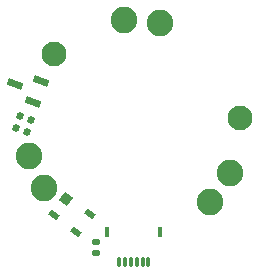
<source format=gbr>
%TF.GenerationSoftware,KiCad,Pcbnew,7.0.10*%
%TF.CreationDate,2024-11-13T08:35:09-08:00*%
%TF.ProjectId,ballBearingBoard241112,62616c6c-4265-4617-9269-6e67426f6172,rev?*%
%TF.SameCoordinates,Original*%
%TF.FileFunction,Soldermask,Top*%
%TF.FilePolarity,Negative*%
%FSLAX46Y46*%
G04 Gerber Fmt 4.6, Leading zero omitted, Abs format (unit mm)*
G04 Created by KiCad (PCBNEW 7.0.10) date 2024-11-13 08:35:09*
%MOMM*%
%LPD*%
G01*
G04 APERTURE LIST*
G04 Aperture macros list*
%AMRoundRect*
0 Rectangle with rounded corners*
0 $1 Rounding radius*
0 $2 $3 $4 $5 $6 $7 $8 $9 X,Y pos of 4 corners*
0 Add a 4 corners polygon primitive as box body*
4,1,4,$2,$3,$4,$5,$6,$7,$8,$9,$2,$3,0*
0 Add four circle primitives for the rounded corners*
1,1,$1+$1,$2,$3*
1,1,$1+$1,$4,$5*
1,1,$1+$1,$6,$7*
1,1,$1+$1,$8,$9*
0 Add four rect primitives between the rounded corners*
20,1,$1+$1,$2,$3,$4,$5,0*
20,1,$1+$1,$4,$5,$6,$7,0*
20,1,$1+$1,$6,$7,$8,$9,0*
20,1,$1+$1,$8,$9,$2,$3,0*%
%AMRotRect*
0 Rectangle, with rotation*
0 The origin of the aperture is its center*
0 $1 length*
0 $2 width*
0 $3 Rotation angle, in degrees counterclockwise*
0 Add horizontal line*
21,1,$1,$2,0,0,$3*%
G04 Aperture macros list end*
%ADD10RotRect,0.508000X0.863600X233.000000*%
%ADD11RotRect,0.889000X0.863600X233.000000*%
%ADD12RoundRect,0.030000X-0.120000X-0.370000X0.120000X-0.370000X0.120000X0.370000X-0.120000X0.370000X0*%
%ADD13RoundRect,0.040000X-0.160000X-0.360000X0.160000X-0.360000X0.160000X0.360000X-0.160000X0.360000X0*%
%ADD14RotRect,0.584200X1.320800X70.000000*%
%ADD15C,2.100000*%
%ADD16C,2.250000*%
%ADD17RoundRect,0.140000X0.170000X-0.140000X0.170000X0.140000X-0.170000X0.140000X-0.170000X-0.140000X0*%
%ADD18RoundRect,0.140000X-0.189700X-0.111865X0.073414X-0.207631X0.189700X0.111865X-0.073414X0.207631X0*%
G04 APERTURE END LIST*
D10*
%TO.C,U1*%
X-3652472Y-7379551D03*
X-4795921Y-8896960D03*
X-6710729Y-7454048D03*
D11*
X-5681926Y-6088780D03*
%TD*%
D12*
%TO.C,FPC1*%
X1326200Y-11411700D03*
X826200Y-11411700D03*
X326200Y-11411700D03*
X-173800Y-11411700D03*
X-673800Y-11411700D03*
X-1173800Y-11411700D03*
D13*
X2326200Y-8901700D03*
X-2173800Y-8901700D03*
%TD*%
D14*
%TO.C,U2*%
X-8412592Y2087199D03*
X-7762753Y3872616D03*
X-9997128Y3674892D03*
%TD*%
D15*
%TO.C,REF\u002A\u002A*%
X9097491Y720689D03*
%TD*%
D16*
%TO.C,J3*%
X-8790648Y-2443541D03*
%TD*%
%TO.C,J1*%
X6512006Y-6390918D03*
%TD*%
D17*
%TO.C,C1*%
X-3073400Y-10690800D03*
X-3073400Y-9730800D03*
%TD*%
D18*
%TO.C,C3*%
X-9899852Y-64430D03*
X-8997748Y-392770D03*
%TD*%
D16*
%TO.C,J2*%
X-7522843Y-5163025D03*
%TD*%
%TO.C,J5*%
X2278693Y8835019D03*
%TD*%
%TO.C,J6*%
X8232736Y-3933460D03*
%TD*%
D18*
%TO.C,C2*%
X-9544252Y951570D03*
X-8642148Y623230D03*
%TD*%
D16*
%TO.C,J4*%
X-709888Y9096485D03*
%TD*%
D15*
%TO.C,REF\u002A\u002A*%
X-6654800Y6197600D03*
%TD*%
M02*

</source>
